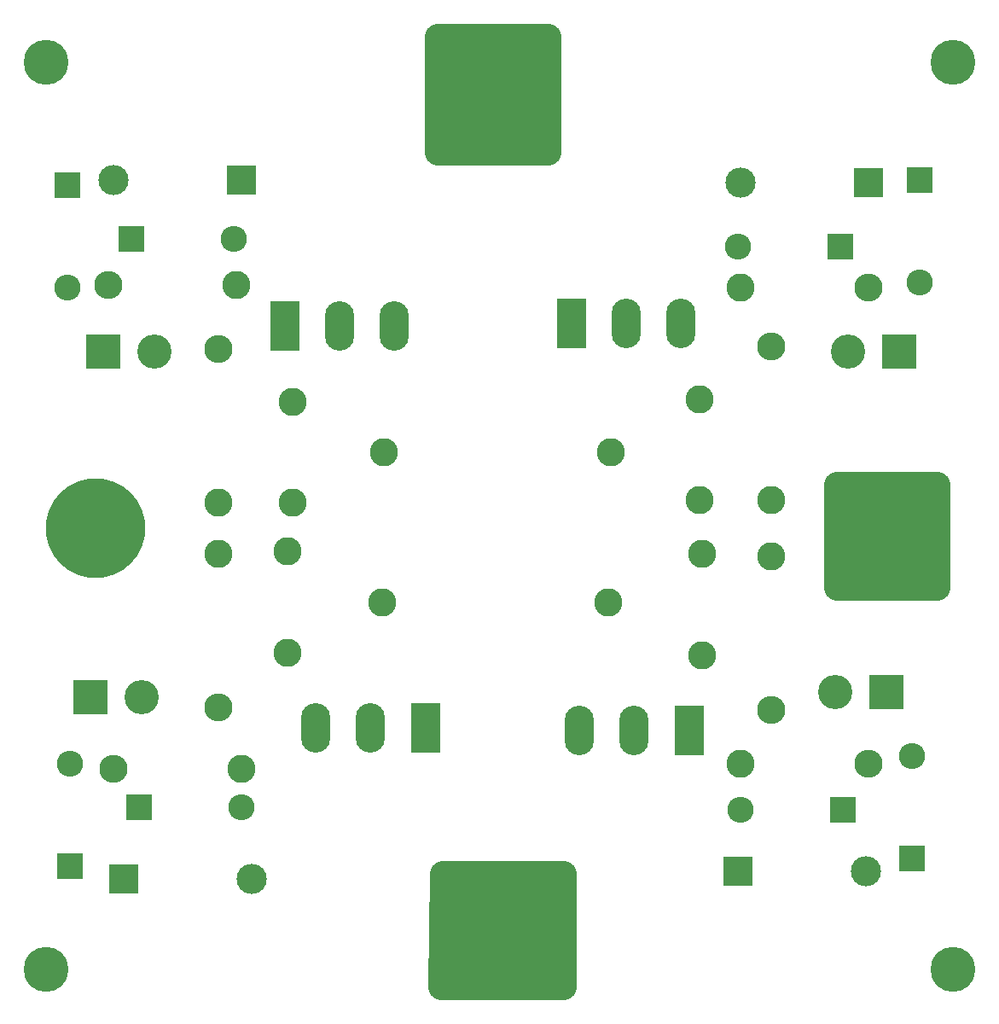
<source format=gbr>
G04 #@! TF.FileFunction,Soldermask,Top*
%FSLAX46Y46*%
G04 Gerber Fmt 4.6, Leading zero omitted, Abs format (unit mm)*
G04 Created by KiCad (PCBNEW 4.0.7) date 03/03/18 10:21:41*
%MOMM*%
%LPD*%
G01*
G04 APERTURE LIST*
%ADD10C,0.100000*%
%ADD11R,2.900000X4.900000*%
%ADD12O,2.900000X4.900000*%
%ADD13C,2.800000*%
%ADD14R,3.400000X3.400000*%
%ADD15C,3.400000*%
%ADD16C,9.900000*%
%ADD17O,2.800000X2.800000*%
%ADD18C,4.464000*%
%ADD19R,2.600000X2.600000*%
%ADD20O,2.600000X2.600000*%
%ADD21R,3.000000X3.000000*%
%ADD22O,3.000000X3.000000*%
%ADD23C,2.500000*%
G04 APERTURE END LIST*
D10*
D11*
X113792000Y-116332000D03*
D12*
X108342000Y-116332000D03*
X102892000Y-116332000D03*
D13*
X114808000Y-93472000D03*
X114808000Y-83472000D03*
X105988000Y-88718000D03*
X83488000Y-88718000D03*
X74422000Y-93726000D03*
X74422000Y-83726000D03*
X83312000Y-103632000D03*
X105812000Y-103632000D03*
X73914000Y-98552000D03*
X73914000Y-108552000D03*
X115062000Y-98806000D03*
X115062000Y-108806000D03*
D14*
X134620000Y-78740000D03*
D15*
X129540000Y-78740000D03*
D14*
X55626000Y-78740000D03*
D15*
X60706000Y-78740000D03*
D16*
X94742000Y-54102000D03*
D14*
X54356000Y-113030000D03*
D15*
X59436000Y-113030000D03*
D14*
X133350000Y-112522000D03*
D15*
X128270000Y-112522000D03*
D16*
X94996000Y-135890000D03*
X133350000Y-96774000D03*
X54864000Y-96266000D03*
D11*
X102108000Y-75946000D03*
D12*
X107558000Y-75946000D03*
X113008000Y-75946000D03*
D11*
X73660000Y-76200000D03*
D12*
X79110000Y-76200000D03*
X84560000Y-76200000D03*
D11*
X87630000Y-116078000D03*
D12*
X82180000Y-116078000D03*
X76730000Y-116078000D03*
D13*
X121920000Y-93472000D03*
D17*
X121920000Y-78232000D03*
D13*
X67056000Y-93726000D03*
D17*
X67056000Y-78486000D03*
D13*
X67056000Y-98806000D03*
D17*
X67056000Y-114046000D03*
D13*
X121920000Y-99060000D03*
D17*
X121920000Y-114300000D03*
D18*
X50000000Y-50000000D03*
X140000000Y-50000000D03*
X50000000Y-140000000D03*
X140000000Y-140000000D03*
D19*
X52070000Y-62230000D03*
D20*
X52070000Y-72390000D03*
D19*
X135890000Y-129032000D03*
D20*
X135890000Y-118872000D03*
D19*
X52324000Y-129794000D03*
D20*
X52324000Y-119634000D03*
D19*
X136652000Y-61722000D03*
D20*
X136652000Y-71882000D03*
D19*
X128778000Y-68326000D03*
D20*
X118618000Y-68326000D03*
D19*
X58420000Y-67564000D03*
D20*
X68580000Y-67564000D03*
D19*
X129032000Y-124206000D03*
D20*
X118872000Y-124206000D03*
D13*
X118872000Y-72390000D03*
D17*
X131572000Y-72390000D03*
D13*
X68834000Y-72136000D03*
D17*
X56134000Y-72136000D03*
D13*
X118872000Y-119634000D03*
D17*
X131572000Y-119634000D03*
D19*
X59182000Y-123952000D03*
D20*
X69342000Y-123952000D03*
D13*
X69342000Y-120142000D03*
D17*
X56642000Y-120142000D03*
D21*
X131572000Y-61976000D03*
D22*
X118872000Y-61976000D03*
D21*
X69342000Y-61722000D03*
D22*
X56642000Y-61722000D03*
D21*
X57658000Y-131064000D03*
D22*
X70358000Y-131064000D03*
D21*
X118618000Y-130302000D03*
D22*
X131318000Y-130302000D03*
D23*
G36*
X138450000Y-102128000D02*
X128504000Y-102128000D01*
X128504000Y-91928000D01*
X138450000Y-91928000D01*
X138450000Y-102128000D01*
X138450000Y-102128000D01*
G37*
X138450000Y-102128000D02*
X128504000Y-102128000D01*
X128504000Y-91928000D01*
X138450000Y-91928000D01*
X138450000Y-102128000D01*
G36*
X99842000Y-58948000D02*
X88880000Y-58948000D01*
X88880000Y-47478000D01*
X99842000Y-47478000D01*
X99842000Y-58948000D01*
X99842000Y-58948000D01*
G37*
X99842000Y-58948000D02*
X88880000Y-58948000D01*
X88880000Y-47478000D01*
X99842000Y-47478000D01*
X99842000Y-58948000D01*
G36*
X101366000Y-141752000D02*
X89156122Y-141752000D01*
X89352894Y-130536000D01*
X101366000Y-130536000D01*
X101366000Y-141752000D01*
X101366000Y-141752000D01*
G37*
X101366000Y-141752000D02*
X89156122Y-141752000D01*
X89352894Y-130536000D01*
X101366000Y-130536000D01*
X101366000Y-141752000D01*
M02*

</source>
